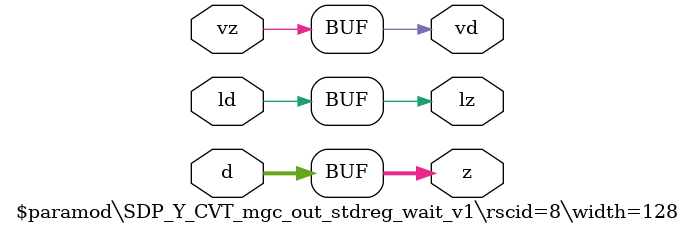
<source format=v>
module \$paramod\SDP_Y_CVT_mgc_out_stdreg_wait_v1\rscid=8\width=128 (ld, vd, d, lz, vz, z);
  (* src = "./vmod/nvdla/sdp/NV_NVDLA_SDP_CORE_Y_cvt.v:47" *)
  input [127:0] d;
  (* src = "./vmod/nvdla/sdp/NV_NVDLA_SDP_CORE_Y_cvt.v:45" *)
  input ld;
  (* src = "./vmod/nvdla/sdp/NV_NVDLA_SDP_CORE_Y_cvt.v:48" *)
  output lz;
  (* src = "./vmod/nvdla/sdp/NV_NVDLA_SDP_CORE_Y_cvt.v:46" *)
  output vd;
  (* src = "./vmod/nvdla/sdp/NV_NVDLA_SDP_CORE_Y_cvt.v:49" *)
  input vz;
  (* src = "./vmod/nvdla/sdp/NV_NVDLA_SDP_CORE_Y_cvt.v:50" *)
  output [127:0] z;
  assign lz = ld;
  assign vd = vz;
  assign z = d;
endmodule

</source>
